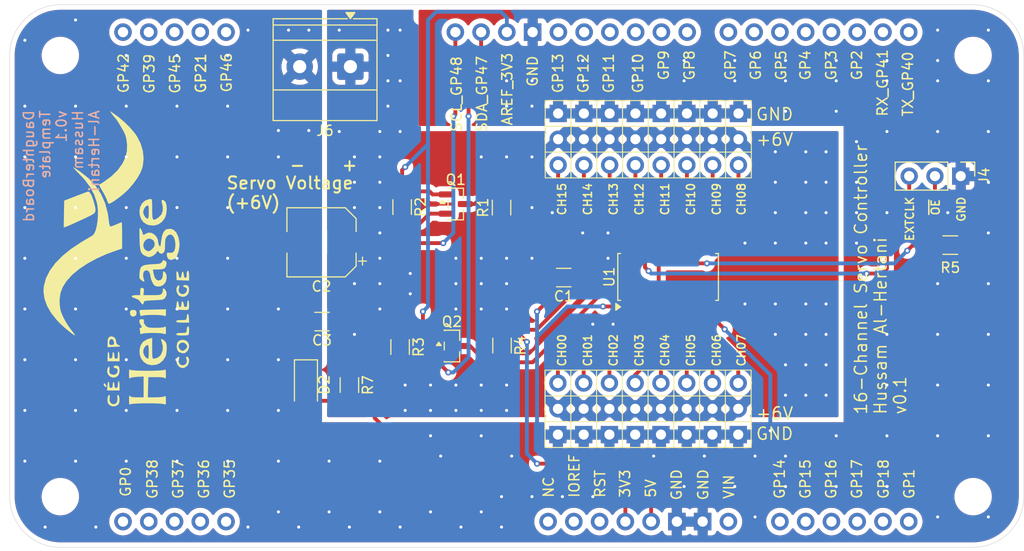
<source format=kicad_pcb>
(kicad_pcb (version 20241229) (generator "pcbnew") (generator_version "9.0")
  (layers (0 "F.Cu" signal) (2 "B.Cu" signal) (13 "F.Paste" user) (15 "B.Paste" user) (5 "F.SilkS" user "F.Silkscreen") (7 "B.SilkS" user "B.Silkscreen") (1 "F.Mask" user) (3 "B.Mask" user) (25 "Edge.Cuts" user))
  (net 0 "")
  (net 1 "+5V")
  (net 2 "GND")
  (net 3 "+6V")
  (net 4 "Net-(D2-A)")
  (net 13 "SDA_3V3")
  (net 21 "+3V3")
  (net 41 "SCL_3V3")
  (net 42 "LED11")
  (net 43 "LED10")
  (net 44 "LED12")
  (net 45 "LED08")
  (net 46 "LED13")
  (net 47 "LED09")
  (net 48 "LED14")
  (net 49 "LED15")
  (net 50 "LED02")
  (net 51 "LED06")
  (net 52 "LED07")
  (net 53 "LED01")
  (net 54 "LED03")
  (net 55 "LED00")
  (net 56 "LED04")
  (net 57 "LED05")
  (net 58 "Net-(J4-Pin_3)")
  (net 59 "Net-(J4-Pin_2)")
  (net 60 "SCL_5V")
  (net 61 "SDA_5V")
  (footprint "Package_SO:TSSOP-28_4.4x9.7mm_P0.65mm" (layer "F.Cu") (at 148.425 99.3375 90)
    (property "Reference" "U1")
    (property "Value" "PCA9685PW")
  )
  (footprint "Capacitor_SMD:C_1206_3216Metric_Pad1.33x1.80mm_HandSolder" (layer "F.Cu") (at 114.3 103.7375 180)
    (property "Reference" "C3")
    (property "Value" "1u")
  )
  (footprint "logos:heritage-logo" (layer "F.Cu") (at 94 98 90)
    (property "Reference" "G***" (hide yes))
    (property "Value" "LOGO" (hide yes))
  )
  (footprint "Resistor_SMD:R_1206_3216Metric_Pad1.30x1.75mm_HandSolder" (layer "F.Cu") (at 132 92.5 90)
    (property "Reference" "R1")
    (property "Value" "10k")
  )
  (footprint "myparts:DaughterBoardTemplate" (layer "F.Cu") (at 132.78 100.854)
    (property "Reference" "J1" (hide yes))
    (property "Value" "DaughterBoard" (hide yes))
    (fp_line (start -49.28 20.146) (end -49.28 -23.354) (stroke (width 0.05)) (layer "Edge.Cuts"))
    (fp_line (start -44.28 -28.354) (end 45.72 -28.354) (stroke (width 0.05)) (layer "Edge.Cuts"))
    (fp_line (start 45.72 25.146) (end -44.28 25.146) (stroke (width 0.05)) (layer "Edge.Cuts"))
    (fp_line (start 50.72 -23.354) (end 50.72 20.146) (stroke (width 0.05)) (layer "Edge.Cuts"))
    (fp_arc (start -49.28 -23.354) (mid -47.815534 -26.889534) (end -44.28 -28.354) (stroke (width 0.05)) (layer "Edge.Cuts"))
    (fp_arc (start -44.28 25.146) (mid -47.815534 23.681534) (end -49.28 20.146) (stroke (width 0.05)) (layer "Edge.Cuts"))
    (fp_arc (start 45.72 -28.354) (mid 49.255534 -26.889534) (end 50.72 -23.354) (stroke (width 0.05)) (layer "Edge.Cuts"))
    (fp_arc (start 50.72 20.146) (mid 49.255534 23.681534) (end 45.72 25.146) (stroke (width 0.05)) (layer "Edge.Cuts"))
  )
  (footprint "Resistor_SMD:R_1206_3216Metric_Pad1.30x1.75mm_HandSolder" (layer "F.Cu") (at 122 106.25 -90)
    (property "Reference" "R3")
    (property "Value" "10k")
  )
  (footprint "LED_SMD:LED_1206_3216Metric_Pad1.42x1.75mm_HandSolder" (layer "F.Cu") (at 112.715 109.9725 -90)
    (property "Reference" "D2")
    (property "Value" "LED")
  )
  (footprint "Resistor_SMD:R_1206_3216Metric_Pad1.30x1.75mm_HandSolder" (layer "F.Cu") (at 132.05 106.1 -90)
    (property "Reference" "R4")
    (property "Value" "10k")
  )
  (footprint "Package_TO_SOT_SMD:SOT-23" (layer "F.Cu") (at 127.4875 92.15)
    (property "Reference" "Q1")
    (property "Value" "BSS138")
  )
  (footprint "myparts:8ServoConnect" (layer "F.Cu") (at 155.34 114.88 -90)
    (property "Reference" "J3" (hide yes))
    (property "Value" "8ServoConnectSym")
  )
  (footprint "Resistor_SMD:R_1206_3216Metric_Pad1.30x1.75mm_HandSolder" (layer "F.Cu") (at 122.2 92.45 -90)
    (property "Reference" "R2")
    (property "Value" "10k")
  )
  (footprint "Capacitor_SMD:CP_Elec_6.3x7.7" (layer "F.Cu") (at 114.25 95.925 180)
    (property "Reference" "C2")
    (property "Value" "100u")
  )
  (footprint "myparts:8ServoConnect" (layer "F.Cu") (at 137.58 83.22 90)
    (property "Reference" "J2" (hide yes))
    (property "Value" "8ServoConnectSym")
  )
  (footprint "Resistor_SMD:R_1206_3216Metric_Pad1.30x1.75mm_HandSolder" (layer "F.Cu") (at 176.25 96.2)
    (property "Reference" "R5")
    (property "Value" "10k")
  )
  (footprint "TerminalBlock_Phoenix:TerminalBlock_Phoenix_MKDS-1,5-2_1x02_P5.00mm_Horizontal" (layer "F.Cu") (at 117.1 78.6 180)
    (property "Reference" "J6")
    (property "Value" "Screw_Terminal_01x02")
  )
  (footprint "Resistor_SMD:R_1206_3216Metric_Pad1.30x1.75mm_HandSolder" (layer "F.Cu") (at 117 110 -90)
    (property "Reference" "R7")
    (property "Value" "470")
  )
  (footprint "Capacitor_SMD:C_1206_3216Metric_Pad1.33x1.80mm_HandSolder" (layer "F.Cu") (at 138.1375 99.4 180)
    (property "Reference" "C1")
    (property "Value" "0.1u")
  )
  (footprint "Package_TO_SOT_SMD:SOT-23" (layer "F.Cu") (at 127.1125 106.15)
    (property "Reference" "Q2")
    (property "Value" "BSS138")
  )
  (footprint "Connector_PinHeader_2.54mm:PinHeader_1x03_P2.54mm_Vertical" (layer "F.Cu") (at 177.275 89.395 -90)
    (property "Reference" "J4")
    (property "Value" "Conn_01x03")
  )
  (gr_text "CH13" (at 143.51 93.345 90) (layer "F.SilkS") (effects (font (size 0.8 0.8)) (justify left bottom)))
  (gr_text "EXTCLK" (at 172.72 95.885 90) (layer "F.SilkS") (effects (font (size 0.8 0.8)) (justify left bottom)))
  (gr_text "GND" (at 157 115.5 0) (layer "F.SilkS") (effects (font (size 1.2 1.2)) (justify left bottom)))
  (gr_text "CH11" (at 148.59 93.345 90) (layer "F.SilkS") (effects (font (size 0.8 0.8)) (justify left bottom)))
  (gr_text "CH12" (at 146.05 93.345 90) (layer "F.SilkS") (effects (font (size 0.8 0.8)) (justify left bottom)))
  (gr_text "CH06" (at 153.67 108.248821 90) (layer "F.SilkS") (effects (font (size 0.8 0.8)) (justify left bottom)))
  (gr_text "CH03" (at 146.05 108.248821 90) (layer "F.SilkS") (effects (font (size 0.8 0.8)) (justify left bottom)))
  (gr_text "CH00" (at 138.43 108.248821 90) (layer "F.SilkS") (effects (font (size 0.8 0.8)) (justify left bottom)))
  (gr_text "GP21" (at 102.935 81.31 90) (layer "F.SilkS") (effects (font (size 1 1)) (justify left bottom)))
  (gr_text "CH10" (at 151.13 93.345 90) (layer "F.SilkS") (effects (font (size 0.8 0.8)) (justify left bottom)))
  (gr_text "~{OE}" (at 175.26 93.345 90) (layer "F.SilkS") (effects (font (size 0.8 0.8)) (justify left bottom)))
  (gr_text "16-Channel Servo Controller\nHussam Al-Hertani\nv0.1" (at 172 113 90) (layer "F.SilkS") (effects (font (size 1.2 1.2)) (justify left bottom)))
  (gr_text "GND" (at 157 84 0) (layer "F.SilkS") (effects (font (size 1.2 1.2)) (justify left bottom)))
  (gr_text "CH14" (at 140.97 93.345 90) (layer "F.SilkS") (effects (font (size 0.8 0.8)) (justify left bottom)))
  (gr_text "CH15" (at 138.43 93.345 90) (layer "F.SilkS") (effects (font (size 0.8 0.8)) (justify left bottom)))
  (gr_text "CH08" (at 156.118321 93.345 90) (layer "F.SilkS") (effects (font (size 0.8 0.8)) (justify left bottom)))
  (gr_text "GND" (at 177.8 93.98 90) (layer "F.SilkS") (effects (font (size 0.8 0.8)) (justify left bottom)))
  (gr_text "+6V" (at 157 86.5 0) (layer "F.SilkS") (effects (font (size 1.2 1.2)) (justify left bottom)))
  (gr_text "CH04" (at 148.59 108.248821 90) (layer "F.SilkS") (effects (font (size 0.8 0.8)) (justify left bottom)))
  (gr_text "CH01" (at 140.97 108.248821 90) (layer "F.SilkS") (effects (font (size 0.8 0.8)) (justify left bottom)))
  (gr_text "CH09" (at 153.67 93.345 90) (layer "F.SilkS") (effects (font (size 0.8 0.8)) (justify left bottom)))
  (gr_text "CH05" (at 151.13 108.248821 90) (layer "F.SilkS") (effects (font (size 0.8 0.8)) (justify left bottom)))
  (gr_text "CH07" (at 156.118321 108.248821 90) (layer "F.SilkS") (effects (font (size 0.8 0.8)) (justify left bottom)))
  (gr_text "+6V" (at 157 113.5 0) (layer "F.SilkS") (effects (font (size 1.2 1.2)) (justify left bottom)))
  (gr_text "-    +" (at 111 89 0) (layer "F.SilkS") (effects (font (size 1.2 1.2) (thickness 0.2) (bold yes)) (justify left bottom)))
  (gr_text "CH02" (at 143.51 108.248821 90) (layer "F.SilkS") (effects (font (size 0.8 0.8)) (justify left bottom)))
  (gr_text "Servo Voltage\n(+6V)" (at 104.775 92.71 0) (layer "F.SilkS") (effects (font (size 1.2 1.2) (thickness 0.2) (bold yes)) (justify left bottom)))
  (segment (start 135.8 94.05) (end 132 94.05) (width 0.381) (layer "F.Cu") (net 1))
  (segment (start 146.75 119.75) (end 146.75 123.46) (width 0.381) (layer "F.Cu") (net 1))
  (segment (start 144.75 117.75) (end 146.75 119.75) (width 0.381) (layer "F.Cu") (net 1))
  (segment (start 144.2 97.8) (end 142.6 99.4) (width 0.381) (layer "F.Cu") (net 1))
  (segment (start 142.6 99.4) (end 139.7 99.4) (width 0.381) (layer "F.Cu") (net 1))
  (segment (start 135.45 104.55) (end 132.05 104.55) (width 0.381) (layer "F.Cu") (net 1))
  (segment (start 133.3 104.55) (end 134.5 105.75) (width 0.381) (layer "F.Cu") (net 1))
  (segment (start 135.5 117.75) (end 144.75 117.75) (width 0.381) (layer "F.Cu") (net 1))
  (segment (start 139.7 99.4) (end 139.7 100.3) (width 0.381) (layer "F.Cu") (net 1))
  (segment (start 132.05 104.55) (end 133.3 104.55) (width 0.381) (layer "F.Cu") (net 1))
  (segment (start 139.7 99.4) (end 139.7 97.95) (width 0.381) (layer "F.Cu") (net 1))
  (segment (start 139.7 97.95) (end 135.8 94.05) (width 0.381) (layer "F.Cu") (net 1))
  (segment (start 139.7 100.3) (end 135.45 104.55) (width 0.381) (layer "F.Cu") (net 1))
  (segment (start 144.2 96.475) (end 144.2 97.8) (width 0.381) (layer "F.Cu") (net 1))
  (via (at 134.5 105.75) (size 0.6) (drill 0.3) (layers "F.Cu" "B.Cu") (net 1))
  (via (at 135.5 117.75) (size 0.6) (drill 0.3) (layers "F.Cu" "B.Cu") (net 1))
  (segment (start 134.5 116.75) (end 135.5 117.75) (width 0.381) (layer "B.Cu") (net 1))
  (segment (start 134.5 105.75) (end 134.5 116.75) (width 0.381) (layer "B.Cu") (net 1))
  (segment (start 154 104.5) (end 153 103.5) (width 0.381) (layer "F.Cu") (net 2))
  (segment (start 146.8 96.475) (end 146.8 97.430602) (width 0.381) (layer "F.Cu") (net 2))
  (segment (start 158.12 114.88) (end 158.5 114.5) (width 0.381) (layer "F.Cu") (net 2))
  (segment (start 146.8 102.2) (end 146.8 101.2) (width 0.381) (layer "F.Cu") (net 2))
  (segment (start 136.575 101.675) (end 135.5 102.75) (width 0.381) (layer "F.Cu") (net 2))
  (segment (start 146.8 101.2) (end 147.25 100.75) (width 0.381) (layer "F.Cu") (net 2))
  (segment (start 136.575 99.4) (end 136.575 101.675) (width 0.381) (layer "F.Cu") (net 2))
  (segment (start 153 103.5) (end 152.75 103.5) (width 0.381) (layer "F.Cu") (net 2))
  (segment (start 147.25 100.75) (end 152.25 100.75) (width 0.381) (layer "F.Cu") (net 2))
  (segment (start 146.8 102.2) (end 146.15 102.2) (width 0.381) (layer "F.Cu") (net 2))
  (segment (start 144.85 102.2) (end 144.2 102.2) (width 0.381) (layer "F.Cu") (net 2))
  (segment (start 145.5 102.2) (end 144.85 102.2) (width 0.381) (layer "F.Cu") (net 2))
  (segment (start 142 102.25) (end 144.15 102.25) (width 0.381) (layer "F.Cu") (net 2))
  (segment (start 146.15 102.2) (end 145.5 102.2) (width 0.381) (layer "F.Cu") (net 2))
  (segment (start 147.5 98.130602) (end 147.5 100.5) (width 0.381) (layer "F.Cu") (net 2))
  (segment (start 144.15 102.25) (end 144.2 102.2) (width 0.381) (layer "F.Cu") (net 2))
  (segment (start 147.5 100.5) (end 147.25 100.75) (width 0.381) (layer "F.Cu") (net 2))
  (segment (start 152.25 100.75) (end 152.65 101.15) (width 0.381) (layer "F.Cu") (net 2))
  (segment (start 152.75 102.3) (end 152.65 102.2) (width 0.381) (layer "F.Cu") (net 2))
  (segment (start 152.75 103.5) (end 152.75 102.3) (width 0.381) (layer "F.Cu") (net 2))
  (segment (start 155.34 114.88) (end 158.12 114.88) (width 0.381) (layer "F.Cu") (net 2))
  (segment (start 146.8 97.430602) (end 147.5 98.130602) (width 0.381) (layer "F.Cu") (net 2))
  (segment (start 152.65 101.15) (end 152.65 102.2) (width 0.381) (layer "F.Cu") (net 2))
  (via (at 167 86) (size 0.6) (drill 0.3) (layers "F.Cu" "B.Cu") (net 2))
  (via (at 105 92.5) (size 0.6) (drill 0.3) (layers "F.Cu" "B.Cu") (net 2))
  (via (at 85 102.5) (size 0.6) (drill 0.3) (layers "F.Cu" "B.Cu") (net 2))
  (via (at 165 78) (size 0.6) (drill 0.3) (layers "F.Cu" "B.Cu") (net 2))
  (via (at 85 87.5) (size 0.6) (drill 0.3) (layers "F.Cu" "B.Cu") (net 2))
  (via (at 167 90) (size 0.6) (drill 0.3) (layers "F.Cu" "B.Cu") (net 2))
  (via (at 95 117.5) (size 0.6) (drill 0.3) (layers "F.Cu" "B.Cu") (net 2))
  (via (at 115 122.5) (size 0.6) (drill 0.3) (layers "F.Cu" "B.Cu") (net 2))
  (via (at 110 107.5) (size 0.6) (drill 0.3) (layers "F.Cu" "B.Cu") (net 2))
  (via (at 130 115) (size 0.6) (drill 0.3) (layers "F.Cu" "B.Cu") (net 2))
  (via (at 111 75) (size 0.6) (drill 0.3) (layers "F.Cu" "B.Cu") (net 2))
  (via (at 95 92.5) (size 0.6) (drill 0.3) (layers "F.Cu" "B.Cu") (net 2))
  (via (at 85 97.5) (size 0.6) (drill 0.3) (layers "F.Cu" "B.Cu") (net 2))
  (via (at 90 97.5) (size 0.6) (drill 0.3) (layers "F.Cu" "B.Cu") (net 2))
  (via (at 105 107.5) (size 0.6) (drill 0.3) (layers "F.Cu" "B.Cu") (net 2))
  (via (at 110 117.5) (size 0.6) (drill 0.3) (layers "F.Cu" "B.Cu") (net 2))
  (via (at 100 102.5) (size 0.6) (drill 0.3) (layers "F.Cu" "B.Cu") (net 2))
  (via (at 105 82.5) (size 0.6) (drill 0.3) (layers "F.Cu" "B.Cu") (net 2))
  (via (at 180 75) (size 0.6) (drill 0.3) (layers "F.Cu" "B.Cu") (net 2))
  (via (at 150 80) (size 0.6) (drill 0.3) (layers "F.Cu" "B.Cu") (net 2))
  (via (at 160 80) (size 0.6) (drill 0.3) (layers "F.Cu" "B.Cu") (net 2))
  (via (at 175 123) (size 0.6) (drill 0.3) (layers "F.Cu" "B.Cu") (net 2))
  (via (at 110 112.5) (size 0.6) (drill 0.3) (layers "F.Cu" "B.Cu") (net 2))
  (via (at 105 87.5) (size 0.6) (drill 0.3) (layers "F.Cu" "B.Cu") (net 2))
  (via (at 175 85) (size 0.6) (drill 0.3) (layers "F.Cu" "B.Cu") (net 2))
  (via (at 141 121) (size 0.6) (drill 0.3) (layers "F.Cu" "B.Cu") (net 2))
  (via (at 115 117.5) (size 0.6) (drill 0.3) (layers "F.Cu" "B.Cu") (net 2))
  (via (at 90 107.5) (size 0.6) (drill 0.3) (layers "F.Cu" "B.Cu") (net 2))
  (via (at 170 93) (size 0.6) (drill 0.3) (layers "F.Cu" "B.Cu") (net 2))
  (via (at 120 122.5) (size 0.6) (drill 0.3) (layers "F.Cu" "B.Cu") (net 2))
  (via (at 142 102.25) (size 0.6) (drill 0.3) (layers "F.Cu" "B.Cu") (net 2))
  (via (at 95 107.5) (size 0.6) (drill 0.3) (layers "F.Cu" "B.Cu") (net 2))
  (via (at 128 124) (size 0.6) (drill 0.3) (layers "F.Cu" "B.Cu") (net 2))
  (via (at 135 82.5) (size 0.6) (drill 0.3) (layers "F.Cu" "B.Cu") (net 2))
  (via (at 155 78) (size 0.6) (drill 0.3) (layers "F.Cu" "B.Cu") (net 2))
  (via (at 150 120) (size 0.6) (drill 0.3) (layers "F.Cu" "B.Cu") (net 2))
  (via (at 180 95) (size 0.6) (drill 0.3) (layers "F.Cu" "B.Cu") (net 2))
  (via (at 180 110) (size 0.6) (drill 0.3) (layers "F.Cu" "B.Cu") (net 2))
  (via (at 117 124) (size 0.6) (drill 0.3) (layers "F.Cu" "B.Cu") (net 2))
  (via (at 100 82.5) (size 0.6) (drill 0.3) (layers "F.Cu" "B.Cu") (net 2))
  (via (at 95 97.5) (size 0.6) (drill 0.3) (layers "F.Cu" "B.Cu") (net 2))
  (via (at 165 120) (size 0.6) (drill 0.3) (layers "F.Cu" "B.Cu") (net 2))
  (via (at 175 80) (size 0.6) (drill 0.3) (layers "F.Cu" "B.Cu") (net 2))
  (via (at 126 117) (size 0.6) (drill 0.3) (layers "F.Cu" "B.Cu") (net 2))
  (via (at 135 121) (size 0.6) (drill 0.3) (layers "F.Cu" "B.Cu") (net 2))
  (via (at 154 104.5) (size 0.6) (drill 0.3) (layers "F.Cu" "B.Cu") (net 2))
  (via (at 90 102.5) (size 0.6) (drill 0.3) (layers "F.Cu" "B.Cu") (net 2))
  (via (at 180 100) (size 0.6) (drill 0.3) (layers "F.Cu" "B.Cu") (net 2))
  (via (at 170 110) (size 0.6) (drill 0.3) (layers "F.Cu" "B.Cu") (net 2))
  (via (at 95 87.5) (size 0.6) (drill 0.3) (layers "F.Cu" "B.Cu") (net 2))
  (via (at 180 123) (size 0.6) (drill 0.3) (layers "F.Cu" "B.Cu") (net 2))
  (via (at 100 97.5) (size 0.6) (drill 0.3) (layers "F.Cu" "B.Cu") (net 2))
  (via (at 167 96) (size 0.6) (drill 0.3) (layers "F.Cu" "B.Cu") (net 2))
  (via (at 152 117) (size 0.6) (drill 0.3) (layers "F.Cu" "B.Cu") (net 2))
  (via (at 170 105) (size 0.6) (drill 0.3) (layers "F.Cu" "B.Cu") (net 2))
  (via (at 157 123) (size 0.6) (drill 0.3) (layers "F.Cu" "B.Cu") (net 2))
  (via (at 175 78) (size 0.6) (drill 0.3) (layers "F.Cu" "B.Cu") (net 2))
  (via (at 100 107.5) (size 0.6) (drill 0.3) (layers "F.Cu" "B.Cu") (net 2))
  (via (at 175 75) (size 0.6) (drill 0.3) (layers "F.Cu" "B.Cu") (net 2))
  (via (at 158.5 114.5) (size 0.6) (drill 0.3) (layers "F.Cu" "B.Cu") (net 2))
  (via (at 95 77.5) (size 0.6) (drill 0.3) (layers "F.Cu" "B.Cu") (net 2))
  (via (at 150 78) (size 0.6) (drill 0.3) (layers "F.Cu" "B.Cu") (net 2))
  (via (at 110 122.5) (size 0.6) (drill 0.3) (layers "F.Cu" "B.Cu") (net 2))
  (via (at 140 78) (size 0.6) (drill 0.3) (layers "F.Cu" "B.Cu") (net 2))
  (via (at 180 105) (size 0.6) (drill 0.3) (layers "F.Cu" "B.Cu") (net 2))
  (via (at 110 102.5) (size 0.6) (drill 0.3) (layers "F.Cu" "B.Cu") (net 2))
  (via (at 176 93) (size 0.6) (drill 0.3) (layers "F.Cu" "B.Cu") (net 2))
  (via (at 113 84.9) (size 0.6) (drill 0.3) (layers "F.Cu" "B.Cu") (net 2))
  (via (at 90 82.5) (size 0.6) (drill 0.3) (layers "F.Cu" "B.Cu") (net 2))
  (via (at 105 102.5) (size 0.6) (drill 0.3) (layers "F.Cu" "B.Cu") (net 2))
  (via (at 160 78) (size 0.6) (drill 0.3) (layers "F.Cu" "B.Cu") (net 2))
  (via (at 105 112.5) (size 0.6) (drill 0.3) (layers "F.Cu" "B.Cu") (net 2))
  (via (at 155 80) (size 0.6) (drill 0.3) (layers "F.Cu" "B.Cu") (net 2))
  (via (at 110 84.9) (size 0.6) (drill 0.3) (layers "F.Cu" "B.Cu") (net 2))
  (via (at 170 115) (size 0.6) (drill 0.3) (layers "F.Cu" "B.Cu") (net 2))
  (via (at 105 97.5) (size 0.6) (drill 0.3) (layers "F.Cu" "B.Cu") (net 2))
  (via (at 90 112.5) (size 0.6) (drill 0.3) (layers "F.Cu" "B.Cu") (net 2))
  (via (at 90 74) (size 0.6) (drill 0.3) (layers "F.Cu" "B.Cu") (net 2))
  (via (at 85 117.5) (size 0.6) (drill 0.3) (layers "F.Cu" "B.Cu") (net 2))
  (via (at 95 82.5) (size 0.6) (drill 0.3) (layers "F.Cu" "B.Cu") (net 2))
  (via (at 107 75) (size 0.6) (drill 0.3) (layers "F.Cu" "B.Cu") (net 2))
  (via (at 180 85) (size 0.6) (drill 0.3) (layers "F.Cu" "B.Cu") (net 2))
  (via (at 135 80) (size 0.6) (drill 0.3) (layers "F.Cu" "B.Cu") (net 2))
  (via (at 120 117.5) (size 0.6) (drill 0.3) (layers "F.Cu" "B.Cu") (net 2))
  (via (at 170 78) (size 0.6) (drill 0.3) (layers "F.Cu" "B.Cu") (net 2))
  (via (at 175 110) (size 0.6) (drill 0.3) (layers "F.Cu" "B.Cu") (net 2))
  (via (at 107 124) (size 0.6) (drill 0.3) (layers "F.Cu" "B.Cu") (net 2))
  (via (at 140 80) (size 0.6) (drill 0.3) (layers "F.Cu" "B.Cu") (net 2))
  (via (at 133 117) (size 0.6) (drill 0.3) (layers "F.Cu" "B.Cu") (net 2))
  (via (at 85 76) (size 0.6) (drill 0.3) (layers "F.Cu" "B.Cu") (net 2))
  (via (at 85 107.5) (size 0.6) (drill 0.3) (layers "F.Cu" "B.Cu") (net 2))
  (via (at 125 122.5) (size 0.6) (drill 0.3) (layers "F.Cu" "B.Cu") (net 2))
  (via (at 92 124) (size 0.6) (drill 0.3) (layers "F.Cu" "B.Cu") (net 2))
  (via (at 132 121) (size 0.6) (drill 0.3) (layers "F.Cu" "B.Cu") (net 2))
  (via (at 155 120) (size 0.6) (drill 0.3) (layers "F.Cu" "B.Cu") (net 2))
  (via (at 138 121) (size 0.6) (drill 0.3) (layers "F.Cu" "B.Cu") (net 2))
  (via (at 165 80) (size 0.6) (drill 0.3) (layers "F.Cu" "B.Cu") (net 2))
  (via (at 90 117.5) (size 0.6) (drill 0.3) (layers "F.Cu" "B.Cu") (net 2))
  (via (at 100 87.5) (size 0.6) (drill 0.3) (layers "F.Cu" "B.Cu") (net 2))
  (via (at 100 77.5) (size 0.6) (drill 0.3) (layers "F.Cu" "B.Cu") (net 2))
  (via (at 90 87.5) (size 0.6) (drill 0.3) (layers "F.Cu" "B.Cu") (net 2))
  (via (at 170 85) (size 0.6) (drill 0.3) (layers "F.Cu" "B.Cu") (net 2))
  (via (at 85 92.5) (size 0.6) (drill 0.3) (layers "F.Cu" "B.Cu") (net 2))
  (via (at 132.5 82.5) (size 0.6) (drill 0.3) (layers "F.Cu" "B.Cu") (net 2))
  (via (at 157 117) (size 0.6) (drill 0.3) (layers "F.Cu" "B.Cu") (net 2))
  (via (at 165 83) (size 0.6) (drill 0.3) (layers "F.Cu" "B.Cu") (net 2))
  (via (at 87 124) (size 0.6) (drill 0.3) (layers "F.Cu" "B.Cu") (net 2))
  (via (at 180 90) (size 0.6) (drill 0.3) (layers "F.Cu" "B.Cu") (net 2))
  (via (at 175 115) (size 0.6) (drill 0.3) (layers "F.Cu" "B.Cu") (net 2))
  (via (at 167 93) (size 0.6) (drill 0.3) (layers "F.Cu" "B.Cu") (net 2))
  (via (at 110 87.5) (size 0.6) (drill 0.3) (layers "F.Cu" "B.Cu") (net 2))
  (via (at 165 115) (size 0.6) (drill 0.3) (layers "F.Cu" "B.Cu") (net 2))
  (via (at 160 117) (size 0.6) (drill 0.3) (layers "F.Cu" "B.Cu") (net 2))
  (via (at 145 80) (size 0.6) (drill 0.3) (layers "F.Cu" "B.Cu") (net 2))
  (via (at 160 120) (size 0.6) (drill 0.3) (layers "F.Cu" "B.Cu") (net 2))
  (via (at 170 120) (size 0.6) (drill 0.3) (layers "F.Cu" "B.Cu") (net 2))
  (via (at 147 117) (size 0.6) (drill 0.3) (layers "F.Cu" "B.Cu") (net 2))
  (via (at 125 115) (size 0.6) (drill 0.3) (layers "F.Cu" "B.Cu") (net 2))
  (via (at 100 117.5) (size 0.6) (drill 0.3) (layers "F.Cu" "B.Cu") (net 2))
  (via (at 85 82.5) (size 0.6) (drill 0.3) (layers "F.Cu" "B.Cu") (net 2))
  (via (at 95 102.5) (size 0.6) (drill 0.3) (layers "F.Cu" "B.Cu") (net 2))
  (via (at 132.5 80) (size 0.6) (drill 0.3) (layers "F.Cu" "B.Cu") (net 2))
  (via (at 100 112.5) (size 0.6) (drill 0.3) (layers "F.Cu" "B.Cu") (net 2))
  (via (at 95 112.5) (size 0.6) (drill 0.3) (layers "F.Cu" "B.Cu") (net 2))
  (via (at 180 80) (size 0.6) (drill 0.3) (layers "F.Cu" "B.Cu") (net 2))
  (via (at 170 80) (size 0.6) (drill 0.3) (layers "F.Cu" "B.Cu") (net 2))
  (via (at 180 115) (size 0.6) (drill 0.3) (layers "F.Cu" "B.Cu") (net 2))
  (via (at 100 92.5) (size 0.6) (drill 0.3) (layers "F.Cu" "B.Cu") (net 2))
  (via (at 135.5 102.75) (size 0.6) (drill 0.3) (layers "F.Cu" "B.Cu") (net 2))
  (via (at 112 124) (size 0.6) (drill 0.3) (layers "F.Cu" "B.Cu") (net 2))
  (via (at 122 124) (size 0.6) (drill 0.3) (layers "F.Cu" "B.Cu") (net 2))
  (via (at 105 77.5) (size 0.6) (drill 0.3) (layers "F.Cu" "B.Cu") (net 2))
  (via (at 175 105) (size 0.6) (drill 0.3) (layers "F.Cu" "B.Cu") (net 2))
  (via (at 85 112.5) (size 0.6) (drill 0.3) (layers "F.Cu" "B.Cu") (net 2))
  (via (at 130 122.5) (size 0.6) (drill 0.3) (layers "F.Cu" "B.Cu") (net 2))
  (via (at 105 117.5) (size 0.6) (drill 0.3) (layers "F.Cu" "B.Cu") (net 2))
  (via (at 160 83) (size 0.6) (drill 0.3) (layers "F.Cu" "B.Cu") (net 2))
  (via (at 113 75) (size 0.6) (drill 0.3) (layers "F.Cu" "B.Cu") (net 2))
  (via (at 145 78) (size 0.6) (drill 0.3) (layers "F.Cu" "B.Cu") (net 2))
  (via (at 175 100) (size 0.6) (drill 0.3) (layers "F.Cu" "B.Cu") (net 2))
  (via (at 90 92.5) (size 0.6) (drill 0.3) (layers "F.Cu" "B.Cu") (net 2))
  (via (at 132 124) (size 0.6) (drill 0.3) (layers "F.Cu" "B.Cu") (net 2))
  (segment (start 135.5 105.25) (end 135.5 114) (width 0.381) (layer "B.Cu") (net 2))
  (segment (start 138.5 102.25) (end 142 102.25) (width 0.381) (layer "B.Cu") (net 2))
  (segment (start 158.5 114.5) (end 158.5 109) (width 0.381) (layer "B.Cu") (net 2))
  (segment (start 135.5 114) (end 136.38 114.88) (width 0.381) (layer "B.Cu") (net 2))
  (segment (start 158.5 109) (end 154 104.5) (width 0.381) (layer "B.Cu") (net 2))
  (segment (start 136.38 114.88) (end 137.56 114.88) (width 0.381) (layer "B.Cu") (net 2))
  (segment (start 135.5 102.75) (end 135.5 105.25) (width 0.381) (layer "B.Cu") (net 2))
  (segment (start 135.5 105.25) (end 138.5 102.25) (width 0.381) (layer "B.Cu") (net 2))
  (via (at 132.5 100) (size 0.6) (drill 0.3) (layers "F.Cu" "B.Cu") (net 3))
  (via (at 135 92.5) (size 0.6) (drill 0.3) (layers "F.Cu" "B.Cu") (net 3))
  (via (at 120 102.5) (size 0.6) (drill 0.3) (layers "F.Cu" "B.Cu") (net 3))
  (via (at 164 90) (size 0.6) (drill 0.3) (layers "F.Cu" "B.Cu") (net 3))
  (via (at 117.5 100) (size 0.6) (drill 0.3) (layers "F.Cu" "B.Cu") (net 3))
  (via (at 162 90) (size 0.6) (drill 0.3) (layers "F.Cu" "B.Cu") (net 3))
  (via (at 164 105) (size 0.6) (drill 0.3) (layers "F.Cu" "B.Cu") (net 3))
  (via (at 162 111) (size 0.6) (drill 0.3) (layers "F.Cu" "B.Cu") (net 3))
  (via (at 132.5 102.5) (size 0.6) (drill 0.3) (layers "F.Cu" "B.Cu") (net 3))
  (via (at 130 97.5) (size 0.6) (drill 0.3) (layers "F.Cu" "B.Cu") (net 3))
  (via (at 130 100) (size 0.6) (drill 0.3) (layers "F.Cu" "B.Cu") (net 3))
  (via (at 141 104) (size 0.6) (drill 0.3) (layers "F.Cu" "B.Cu") (net 3))
  (via (at 156 102) (size 0.6) (drill 0.3) (layers "F.Cu" "B.Cu") (net 3))
  (via (at 127.5 102.5) (size 0.6) (drill 0.3) (layers "F.Cu" "B.Cu") (net 3))
  (via (at 122 85) (size 0.6) (drill 0.3) (layers "F.Cu" "B.Cu") (net 3))
  (via (at 117.5 87.5) (size 0.6) (drill 0.3) (layers "F.Cu" "B.Cu") (net 3))
  (via (at 159 105) (size 0.6) (drill 0.3) (layers "F.Cu" "B.Cu") (net 3))
  (via (at 122 75) (size 0.6) (drill 0.3) (layers "F.Cu" "B.Cu") (net 3))
  (via (at 162 87) (size 0.6) (drill 0.3) (layers "F.Cu" "B.Cu") (net 3))
  (via (at 164 87) (size 0.6) (drill 0.3) (layers "F.Cu" "B.Cu") (net 3))
  (via (at 164 102) (size 0.6) (drill 0.3) (layers "F.Cu" "B.Cu") (net 3))
  (via (at 120.8 80) (size 0.6) (drill 0.3) (layers "F.Cu" "B.Cu") (net 3))
  (via (at 140 95) (size 0.6) (drill 0.3) (layers "F.Cu" "B.Cu") (net 3))
  (via (at 159 102) (size 0.6) (drill 0.3) (layers "F.Cu" "B.Cu") (net 3))
  (via (at 164 93) (size 0.6) (drill 0.3) (layers "F.Cu" "B.Cu") (net 3))
  (via (at 120.8 77.5) (size 0.6) (drill 0.3) (layers "F.Cu" "B.Cu") (net 3))
  (via (at 116 75) (size 0.6) (drill 0.3) (layers "F.Cu" "B.Cu") (net 3))
  (via (at 135 87.5) (size 0.6) (drill 0.3) (layers "F.Cu" "B.Cu") (net 3))
  (via (at 120.8 75) (size 0.6) (drill 0.3) (layers "F.Cu" "B.Cu") (net 3))
  (via (at 127.5 97.5) (size 0.6) (drill 0.3) (layers "F.Cu" "B.Cu") (net 3))
  (via (at 142.5 97.5) (size 0.6) (drill 0.3) (layers "F.Cu" "B.Cu") (net 3))
  (via (at 164 96) (size 0.6) (drill 0.3) (layers "F.Cu" "B.Cu") (net 3))
  (via (at 120 90) (size 0.6) (drill 0.3) (layers "F.Cu" "B.Cu") (net 3))
  (via (at 120 87.5) (size 0.6) (drill 0.3) (layers "F.Cu" "B.Cu") (net 3))
  (via (at 162 96) (size 0.6) (drill 0.3) (layers "F.Cu" "B.Cu") (net 3))
  (via (at 159 93) (size 0.6) (drill 0.3) (layers "F.Cu" "B.Cu") (net 3))
  (via (at 120 92.5) (size 0.6) (drill 0.3) (layers "F.Cu" "B.Cu") (net 3))
  (via (at 130 102.5) (size 0.6) (drill 0.3) (layers "F.Cu" "B.Cu") (net 3))
  (via (at 117.5 90) (size 0.6) (drill 0.3) (layers "F.Cu" "B.Cu") (net 3))
  (via (at 162 102) (size 0.6) (drill 0.3) (layers "F.Cu" "B.Cu") (net 3))
  (via (at 122.5 110) (size 0.6) (drill 0.3) (layers "F.Cu" "B.Cu") (net 3))
  (via (at 127.5 110) (size 0.6) (drill 0.3) (layers "F.Cu" "B.Cu") (net 3))
  (via (at 125 110) (size 0.6) (drill 0.3) (layers "F.Cu" "B.Cu") (net 3))
  (via (at 120.8 82.5) (size 0.6) (drill 0.3) (layers "F.Cu" "B.Cu") (net 3))
  (via (at 120 95) (size 0.6) (drill 0.3) (layers "F.Cu" "B.Cu") (net 3))
  (via (at 137 93) (size 0.6) (drill 0.3) (layers "F.Cu" "B.Cu") (net 3))
  (via (at 116 85) (size 0.6) (drill 0.3) (layers "F.Cu" "B.Cu") (net 3))
  (via (at 159 87) (size 0.6) (drill 0.3) (layers "F.Cu" "B.Cu") (net 3))
  (via (at 142.5 95) (size 0.6) (drill 0.3) (layers "F.Cu" "B.Cu") (net 3))
  (via (at 120 97.5) (size 0.6) (drill 0.3) (layers "F.Cu" "B.Cu") (net 3))
  (via (at 164 108) (size 0.6) (drill 0.3) (layers "F.Cu" "B.Cu") (net 3))
  (via (at 122.5 112.5) (size 0.6) (drill 0.3) (layers "F.Cu" "B.Cu") (net 3))
  (via (at 132.5 112.5) (size 0.6) (drill 0.3) (layers "F.Cu" "B.Cu") (net 3))
  (via (at 117.5 92.5) (size 0.6) (drill 0.3) (layers "F.Cu" "B.Cu") (net 3))
  (via (at 160 111) (size 0.6) (drill 0.3) (layers "F.Cu" "B.Cu") (net 3))
  (via (at 123 99) (size 0.6) (drill 0.3) (layers "F.Cu" "B.Cu") (net 3))
  (via (at 120 85) (size 0.6) (drill 0.3) (layers "F.Cu" "B.Cu") (net 3))
  (via (at 117.5 105) (size 0.6) (drill 0.3) (layers "F.Cu" "B.Cu") (net 3))
  (via (at 162 108) (size 0.6) (drill 0.3) (layers "F.Cu" "B.Cu") (net 3))
  (via (at 132.5 110) (size 0.6) (drill 0.3) (layers "F.Cu" "B.Cu") (net 3))
  (via (at 162 105) (size 0.6) (drill 0.3) (layers "F.Cu" "B.Cu") (net 3))
  (via (at 123 101) (size 0.6) (drill 0.3) (layers "F.Cu" "B.Cu") (net 3))
  (via (at 159 96) (size 0.6) (drill 0.3) (layers "F.Cu" "B.Cu") (net 3))
  (via (at 135 97.5) (size 0.6) (drill 0.3) (layers "F.Cu" "B.Cu") (net 3))
  (via (at 127.5 112.5) (size 0.6) (drill 0.3) (layers "F.Cu" "B.Cu") (net 3))
  (via (at 130 110) (size 0.6) (drill 0.3) (layers "F.Cu" "B.Cu") (net 3))
  (via (at 160 108) (size 0.6) (drill 0.3) (layers "F.Cu" "B.Cu") (net 3))
  (via (at 122 80) (size 0.6) (drill 0.3) (layers "F.Cu" "B.Cu") (net 3))
  (via (at 162 93) (size 0.6) (drill 0.3) (layers "F.Cu" "B.Cu") (net 3))
  (via (at 127.5 100) (size 0.6) (drill 0.3) (layers "F.Cu" "B.Cu") (net 3))
  (via (at 143 104) (size 0.6) (drill 0.3) (layers "F.Cu" "B.Cu") (net 3))
  (via (at 156 96) (size 0.6) (drill 0.3) (layers "F.Cu" "B.Cu") (net 3))
  (via (at 132.5 97.5) (size 0.6) (drill 0.3) (layers "F.Cu" "B.Cu") (net 3))
  (via (at 120 100) (size 0.6) (drill 0.3) (layers "F.Cu" "B.Cu") (net 3))
  (via (at 130 87.5) (size 0.6) (drill 0.3) (layers "F.Cu" "B.Cu") (net 3))
  (via (at 132.5 87.5) (size 0.6) (drill 0.3) (layers "F.Cu" "B.Cu") (net 3))
  (via (at 164 111) (size 0.6) (drill 0.3) (layers "F.Cu" "B.Cu") (net 3))
  (via (at 159 90) (size 0.6) (drill 0.3) (layers "F.Cu" "B.Cu") (net 3))
  (via (at 130 112.5) (size 0.6) (drill 0.3) (layers "F.Cu" "B.Cu") (net 3))
  (via (at 125 112.5) (size 0.6) (drill 0.3) (layers "F.Cu" "B.Cu") (net 3))
  (segment (start 112.805 111.55) (end 112.715 111.46) (width 0.381) (layer "F.Cu") (net 4))
  (segment (start 117 111.55) (end 112.805 111.55) (width 0.381) (layer "F.Cu") (net 4))
  (segment (start 126.175 107.1) (end 126.175 108.175) (width 0.381) (layer "F.Cu") (net 13))
  (segment (start 123.7 107.8) (end 122 107.8) (width 0.381) (layer "F.Cu") (net 13))
  (segment (start 128.75 79.5) (end 129.986 78.264) (width 0.381) (layer "F.Cu") (net 13))
  (segment (start 124.4 107.1) (end 123.7 107.8) (width 0.381) (layer "F.Cu") (net 13))
  (segment (start 129.986 78.264) (end 129.986 75.2) (width 0.381) (layer "F.Cu") (net 13))
  (segment (start 128.75 83.5) (end 128.75 79.5) (width 0.381) (layer "F.Cu") (net 13))
  (segment (start 126.175 108.175) (end 126.75 108.75) (width 0.381) (layer "F.Cu") (net 13))
  (segment (start 126.175 107.1) (end 124.4 107.1) (width 0.381) (layer "F.Cu") (net 13))
  (via (at 126.75 108.75) (size 0.6) (drill 0.3) (layers "F.Cu" "B.Cu") (net 13))
  (via (at 128.75 83.5) (size 0.6) (drill 0.3) (layers "F.Cu" "B.Cu") (net 13))
  (segment (start 126.75 108.75) (end 127.25 108.75) (width 0.381) (layer "B.Cu") (net 13))
  (segment (start 128.75 107.25) (end 128.75 83.5) (width 0.381) (layer "B.Cu") (net 13))
  (segment (start 127.25 108.75) (end 128.75 107.25) (width 0.381) (layer "B.Cu") (net 13))
  (segment (start 122.2 90.9) (end 122.2 88.8) (width 0.381) (layer "F.Cu") (net 21))
  (segment (start 122.2 88.8) (end 122.5 88.5) (width 0.381) (layer "F.Cu") (net 21))
  (segment (start 119.5 113.25) (end 119.5 105.75) (width 0.381) (layer "F.Cu") (net 21))
  (segment (start 125.75 119) (end 125.5 118.75) (width 0.381) (layer "F.Cu") (net 21))
  (segment (start 125.2 91.2) (end 124.9 90.9) (width 0.381) (layer "F.Cu") (net 21))
  (segment (start 120.55 104.7) (end 122 104.7) (width 0.381) (layer "F.Cu") (net 21))
  (segment (start 119.5 105.75) (end 120.55 104.7) (width 0.381) (layer "F.Cu") (net 21))
  (segment (start 125.5 118.75) (end 125 118.75) (width 0.381) (layer "F.Cu") (net 21))
  (segment (start 124.45 105.2) (end 123.95 104.7) (width 0.381) (layer "F.Cu") (net 21))
  (segment (start 142 119) (end 125.75 119) (width 0.381) (layer "F.Cu") (net 21))
  (segment (start 124.25 104.4) (end 123.95 104.7) (width 0.381) (layer "F.Cu") (net 21))
  (segment (start 124.9 90.9) (end 122.2 90.9) (width 0.381) (layer "F.Cu") (net 21))
  (segment (start 126.175 105.2) (end 124.45 105.2) (width 0.381) (layer "F.Cu") (net 21))
  (segment (start 144.21 123.46) (end 144.21 121.21) (width 0.381) (layer "F.Cu") (net 21))
  (segment (start 144.21 121.21) (end 142 119) (width 0.381) (layer "F.Cu") (net 21))
  (segment (start 125 118.75) (end 119.5 113.25) (width 0.381) (layer "F.Cu") (net 21))
  (segment (start 126.55 91.2) (end 125.2 91.2) (width 0.381) (layer "F.Cu") (net 21))
  (segment (start 124.25 102.75) (end 124.25 104.4) (width 0.381) (layer "F.Cu") (net 21))
  (segment (start 123.95 104.7) (end 122 104.7) (width 0.381) (layer "F.Cu") (net 21))
  (via (at 122.5 88.5) (size 0.6) (drill 0.3) (layers "F.Cu" "B.Cu") (net 21))
  (via (at 124.25 102.75) (size 0.6) (drill 0.3) (layers "F.Cu" "B.Cu") (net 21))
  (segment (start 124.75 102.25) (end 124.25 102.75) (width 0.381) (layer "B.Cu") (net 21))
  (segment (start 122.5 88.5) (end 124.75 86.25) (width 0.381) (layer "B.Cu") (net 21))
  (segment (start 125.5595 73.1905) (end 131.9405 73.1905) (width 0.381) (layer "B.Cu") (net 21))
  (segment (start 124.75 85.75) (end 124.75 74) (width 0.381) (layer "B.Cu") (net 21))
  (segment (start 124.75 85.75) (end 124.75 102.25) (width 0.381) (layer "B.Cu") (net 21))
  (segment (start 132.526 73.776) (end 132.526 75.2) (width 0.381) (layer "B.Cu") (net 21))
  (segment (start 124.75 86.25) (end 124.75 85.75) (width 0.381) (layer "B.Cu") (net 21))
  (segment (start 124.75 74) (end 125.5595 73.1905) (width 0.381) (layer "B.Cu") (net 21))
  (segment (start 131.9405 73.1905) (end 132.526 73.776) (width 0.381) (layer "B.Cu") (net 21))
  (segment (start 122.75 96) (end 122.2 95.45) (width 0.381) (layer "F.Cu") (net 41))
  (segment (start 126.25 96) (end 122.75 96) (width 0.381) (layer "F.Cu") (net 41))
  (segment (start 127.446 83.304) (end 127.25 83.5) (width 0.381) (layer "F.Cu") (net 41))
  (segment (start 124 94) (end 122.2 94) (width 0.381) (layer "F.Cu") (net 41))
  (segment (start 124.9 93.1) (end 124 94) (width 0.381) (layer "F.Cu") (net 41))
  (segment (start 126.55 93.1) (end 124.9 93.1) (width 0.381) (layer "F.Cu") (net 41))
  (segment (start 127.446 75.2) (end 127.446 83.304) (width 0.381) (layer "F.Cu") (net 41))
  (segment (start 122.2 95.45) (end 122.2 94) (width 0.381) (layer "F.Cu") (net 41))
  (via (at 126.25 96) (size 0.6) (drill 0.3) (layers "F.Cu" "B.Cu") (net 41))
  (via (at 127.25 83.5) (size 0.6) (drill 0.3) (layers "F.Cu" "B.Cu") (net 41))
  (segment (start 127.25 83.5) (end 127.25 95) (width 0.381) (layer "B.Cu") (net 41))
  (segment (start 127.25 95) (end 126.25 96) (width 0.381) (layer "B.Cu") (net 41))
  (segment (start 150.7 92.95) (end 147.74 89.99) (width 0.381) (layer "F.Cu") (net 42))
  (segment (start 150.7 96.475) (end 150.7 92.95) (width 0.381) (layer "F.Cu") (net 42))
  (segment (start 147.74 89.99) (end 147.74 88.3) (width 0.381) (layer "F.Cu") (net 42))
  (segment (start 150.28 90.78) (end 151.35 91.85) (width 0.381) (layer "F.Cu") (net 43))
  (segment (start 150.28 88.3) (end 150.28 90.78) (width 0.381) (layer "F.Cu") (net 43))
  (segment (start 151.35 91.85) (end 151.35 96.475) (width 0.381) (layer "F.Cu") (net 43))
  (segment (start 150.05 96.475) (end 150.05 94.55) (width 0.381) (layer "F.Cu") (net 44))
  (segment (start 150.05 94.55) (end 145.2 89.7) (width 0.381) (layer "F.Cu") (net 44))
  (segment (start 145.2 89.7) (end 145.2 88.3) (width 0.381) (layer "F.Cu") (net 44))
  (segment (start 152.65 94.6) (end 152.65 96.475) (width 0.381) (layer "F.Cu") (net 45))
  (segment (start 155.36 91.89) (end 152.65 94.6) (width 0.381) (layer "F.Cu") (net 45))
  (segment (start 155.36 88.3) (end 155.36 91.89) (width 0.381) (layer "F.Cu") (net 45))
  (segment (start 149.4 94.721658) (end 149.4 96.475) (width 0.381) (layer "F.Cu") (net 46))
  (segment (start 143.75 90.75) (end 145.428342 90.75) (width 0.381) (layer "F.Cu") (net 46))
  (segment (start 142.66 89.66) (end 143.75 90.75) (width 0.381) (layer "F.Cu") (net 46))
  (segment (start 145.428342 90.75) (end 149.4 94.721658) (width 0.381) (layer "F.Cu") (net 46))
  (segment (start 142.66 88.3) (end 142.66 89.66) (width 0.381) (layer "F.Cu") (net 46))
  (segment (start 152.82 88.3) (end 152.82 92.68) (width 0.381) (layer "F.Cu") (net 47))
  (segment (start 152 93.5) (end 152 96.475) (width 0.381) (layer "F.Cu") (net 47))
  (segment (start 152.82 92.68) (end 152 93.5) (width 0.381) (layer "F.Cu") (net 47))
  (segment (start 140.12 88.3) (end 140.12 89.87) (width 0.381) (layer "F.Cu") (net 48))
  (segment (start 141.75 91.5) (end 145.356684 91.5) (width 0.381) (layer "F.Cu") (net 48))
  (segment (start 148.75 94.893316) (end 148.75 96.475) (width 0.381) (layer "F.Cu") (net 48))
  (segment (start 145.356684 91.5) (end 148.75 94.893316) (width 0.381) (layer "F.Cu") (net 48))
  (segment (start 140.12 89.87) (end 141.75 91.5) (width 0.381) (layer "F.Cu") (net 48))
  (segment (start 140.25 92.25) (end 145.285026 92.25) (width 0.381) (layer "F.Cu") (net 49))
  (segment (start 145.285026 92.25) (end 148.1 95.064974) (width 0.381) (layer "F.Cu") (net 49))
  (segment (start 137.58 89.58) (end 140.25 92.25) (width 0.381) (layer "F.Cu") (net 49))
  (segment (start 148.1 95.064974) (end 148.1 96.475) (width 0.381) (layer "F.Cu") (net 49))
  (segment (start 137.58 88.3) (end 137.58 89.58) (width 0.381) (layer "F.Cu") (net 49))
  (segment (start 146 107.25) (end 143.25 107.25) (width 0.381) (layer "F.Cu") (net 50))
  (segment (start 143.25 107.25) (end 142.75 107.75) (width 0.381) (layer "F.Cu") (net 50))
  (segment (start 148.75 104.5) (end 146 107.25) (width 0.381) (layer "F.Cu") (net 50))
  (segment (start 142.75 107.75) (end 142.75 108.25) (width 0.381) (layer "F.Cu") (net 50))
  (segment (start 148.75 102.2) (end 148.75 104.5) (width 0.381) (layer "F.Cu") (net 50))
  (segment (start 142.64 108.36) (end 142.64 109.8) (width 0.381) (layer "F.Cu") (net 50))
  (segment (start 142.75 108.25) (end 142.64 108.36) (width 0.381) (layer "F.Cu") (net 50))
  (segment (start 151.35 105.1) (end 152.75 106.5) (width 0.381) (layer "F.Cu") (net 51))
  (segment (start 152.75 106.5) (end 152.75 107) (width 0.381) (layer "F.Cu") (net 51))
  (segment (start 152.75 107) (end 152.8 107.05) (width 0.381) (layer "F.Cu") (net 51))
  (segment (start 151.35 102.2) (end 151.35 105.1) (width 0.381) (layer "F.Cu") (net 51))
  (segment (start 152.8 107.05) (end 152.8 109.8) (width 0.381) (layer "F.Cu") (net 51))
  (segment (start 152 104.25) (end 155.34 107.59) (width 0.381) (layer "F.Cu") (net 52))
  (segment (start 155.34 107.59) (end 155.34 109.8) (width 0.381) (layer "F.Cu") (net 52))
  (segment (start 152 102.2) (end 152 104.25) (width 0.381) (layer "F.Cu") (net 52))
  (segment (start 140.1 107.65) (end 140.1 109.8) (width 0.381) (layer "F.Cu") (net 53))
  (segment (start 141 106.75) (end 140.1 107.65) (width 0.381) (layer "F.Cu") (net 53))
  (segment (start 145.759342 106.669) (end 143.009342 106.669) (width 0.381) (layer "F.Cu") (net 53))
  (segment (start 148.1 102.2) (end 148.1 104.328342) (width 0.381) (layer "F.Cu") (net 53))
  (segment (start 143.009342 106.669) (end 142.928342 106.75) (width 0.381) (layer "F.Cu") (net 53))
  (segment (start 148.1 104.328342) (end 145.759342 106.669) (width 0.381) (layer "F.Cu") (net 53))
  (segment (start 142.928342 106.75) (end 141 106.75) (width 0.381) (layer "F.Cu") (net 53))
  (segment (start 149.4 102.2) (end 149.4 104.778342) (width 0.381) (layer "F.Cu") (net 54))
  (segment (start 149.4 104.778342) (end 145.18 108.998342) (width 0.381) (layer "F.Cu") (net 54))
  (segment (start 145.18 108.998342) (end 145.18 109.8) (width 0.381) (layer "F.Cu") (net 54))
  (segment (start 139.662 106.088) (end 137.5 108.25) (width 0.381) (layer "F.Cu") (net 55))
  (segment (start 145.412 106.088) (end 139.662 106.088) (width 0.381) (layer "F.Cu") (net 55))
  (segment (start 137.5 108.25) (end 137.56 108.31) (width 0.381) (layer "F.Cu") (net 55))
  (segment (start 137.56 108.31) (end 137.56 109.8) (width 0.381) (layer "F.Cu") (net 55))
  (segment (start 147.45 102.2) (end 147.45 104.05) (width 0.381) (layer "F.Cu") (net 55))
  (segment (start 147.45 104.05) (end 145.412 106.088) (width 0.381) (layer "F.Cu") (net 55))
  (segment (start 147.72 107.78) (end 147.72 109.8) (width 0.381) (layer "F.Cu") (net 56))
  (segment (start 150.05 102.2) (end 150.05 104.95) (width 0.381) (layer "F.Cu") (net 56))
  (segment (start 147.75 107.25) (end 147.75 107.75) (width 0.381) (layer "F.Cu") (net 56))
  (segment (start 147.75 107.75) (end 147.72 107.78) (width 0.381) (layer "F.Cu") (net 56))
  (segment (start 150.05 104.95) (end 147.75 107.25) (width 0.381) (layer "F.Cu") (net 56))
  (segment (start 150.7 107.3) (end 150.25 107.75) (width 0.381) (layer "F.Cu") (net 57))
  (segment (start 150.26 107.76) (end 150.26 109.8) (width 0.381) (layer "F.Cu") (net 57))
  (segment (start 150.7 102.2) (end 150.7 107.3) (width 0.381) (layer "F.Cu") (net 57))
  (segment (start 150.25 107.75) (end 150.26 107.76) (width 0.381) (layer "F.Cu") (net 57))
  (segment (start 170 98.5) (end 169.5 99) (width 0.381) (layer "F.Cu") (net 58))
  (segment (start 170 96.5) (end 170 98.5) (width 0.381) (layer "F.Cu") (net 58))
  (segment (start 146.15 96.475) (end 146.15 98.4) (width 0.381) (layer "F.Cu") (net 58))
  (segment (start 172.195 89.395) (end 172.195 94.305) (width 0.381) (layer "F.Cu") (net 58))
  (segment (start 146.15 98.4) (end 146.5 98.75) (width 0.381) (layer "F.Cu") (net 58))
  (segment (start 172.195 94.305) (end 170 96.5) (width 0.381) (layer "F.Cu") (net 58))
  (segment (start 169.5 99) (end 168 99) (width 0.381) (layer "F.Cu") (net 58))
  (via (at 168 99) (size 0.6) (drill 0.3) (layers "F.Cu" "B.Cu") (net 58))
  (via (at 146.5 98.75) (size 0.6) (drill 0.3) (layers "F.Cu" "B.Cu") (net 58))
  (segment (start 146.5 98.75) (end 146.75 99) (width 0.381) (layer "B.Cu") (net 58))
  (segment (start 146.75 99) (end 168 99) (width 0.381) (layer "B.Cu") (net 58))
  (segment (start 172.5 96.25) (end 173.25 96.25) (width 0.381) (layer "F.Cu") (net 59))
  (segment (start 173.25 96.25) (end 173.3 96.2) (width 0.381) (layer "F.Cu") (net 59))
  (segment (start 174.735 96.165) (end 174.7 96.2) (width 0.381) (layer "F.Cu") (net 59))
  (segment (start 147.45 97.258944) (end 148.191056 98) (width 0.381) (layer "F.Cu") (net 59))
  (segment (start 147.45 96.475) (end 147.45 97.258944) (width 0.381) (layer "F.Cu") (net 59))
  (segment (start 173.3 96.2) (end 174.7 96.2) (width 0.381) (layer "F.Cu") (net 59))
  (segment (start 148.25 98) (end 148.75 98) (width 0.381) (layer "F.Cu") (net 59))
  (segment (start 172 96.75) (end 172.5 96.25) (width 0.381) (layer "F.Cu") (net 59))
  (segment (start 148.191056 98) (end 148.25 98) (width 0.381) (layer "F.Cu") (net 59))
  (segment (start 174.735 89.395) (end 174.735 96.165) (width 0.381) (layer "F.Cu") (net 59))
  (segment (start 148.75 98) (end 152.25 98) (width 0.381) (layer "F.Cu") (net 59))
  (via (at 152.25 98) (size 0.6) (drill 0.3) (layers "F.Cu" "B.Cu") (net 59))
  (via (at 172 96.75) (size 0.6) (drill 0.3) (layers "F.Cu" "B.Cu") (net 59))
  (segment (start 170.75 98) (end 172 96.75) (width 0.381) (layer "B.Cu") (net 59))
  (segment (start 152.25 98) (end 170.75 98) (width 0.381) (layer "B.Cu") (net 59))
  (segment (start 137.7 90.95) (end 132 90.95) (width 0.381) (layer "F.Cu") (net 60))
  (segment (start 145.5 96.475) (end 145.5 93.581) (width 0.381) (layer "F.Cu") (net 60))
  (segment (start 139.581 92.831) (end 137.7 90.95) (width 0.381) (layer "F.Cu") (net 60))
  (segment (start 144.75 92.831) (end 139.581 92.831) (width 0.381) (layer "F.Cu") (net 60))
  (segment (start 145.5 93.581) (end 144.75 92.831) (width 0.381) (layer "F.Cu") (net 60))
  (segment (start 129.35 92.15) (end 128.425 92.15) (width 0.381) (layer "F.Cu") (net 60))
  (segment (start 132 90.95) (end 131.05 90.95) (width 0.381) (layer "F.Cu") (net 60))
  (segment (start 129.5 92) (end 129.35 92.15) (width 0.381) (layer "F.Cu") (net 60))
  (segment (start 130 92) (end 129.5 92) (width 0.381) (layer "F.Cu") (net 60))
  (segment (start 131.05 90.95) (end 130 92) (width 0.381) (layer "F.Cu") (net 60))
  (segment (start 130.4 107.65) (end 132.05 107.65) (width 0.381) (layer "F.Cu") (net 61))
  (segment (start 128.9 106.15) (end 130.4 107.65) (width 0.381) (layer "F.Cu") (net 61))
  (segment (start 128.05 106.15) (end 128.9 106.15) (width 0.381) (layer "F.Cu") (net 61))
  (segment (start 132.15 107.75) (end 132.05 107.65) (width 0.381) (layer "F.Cu") (net 61))
  (segment (start 135.071658 107.75) (end 132.15 107.75) (width 0.381) (layer "F.Cu") (net 61))
  (segment (start 144.85 97.971658) (end 135.071658 107.75) (width 0.381) (layer "F.Cu") (net 61))
  (segment (start 144.85 96.475) (end 144.85 97.971658) (width 0.381) (layer "F.Cu") (net 61))
  (zone (net 3) (net_name "+6V") (layers "F.Cu" "B.Cu") (connect_pads (clearance 0.5)) (min_thickness 0.25) (fill yes (thermal_gap 0.5) (thermal_bridge_width 1))
    (polygon (pts (xy 114.3 72.39) (xy 123.825 72.39) (xy 123.825 84.455) (xy 165.735 84.455) (xy 165.735 113.665) (xy 114.3 113.665)))
  )
  (zone (net 2) (net_name "GND") (layers "F.Cu" "B.Cu") (priority 1) (connect_pads (clearance 0.5)) (min_thickness 0.25) (fill yes (thermal_gap 0.5) (thermal_bridge_width 1))
    (polygon (pts (xy 114.3 113.665) (xy 165.735 113.665) (xy 165.735 84.455) (xy 123.825 84.455) (xy 123.825 72.39) (xy 183.515 72.39) (xy 183.515 126.365) (xy 82.55 126.365) (xy 82.55 72.39) (xy 114.3 72.39)))
  )
)
</source>
